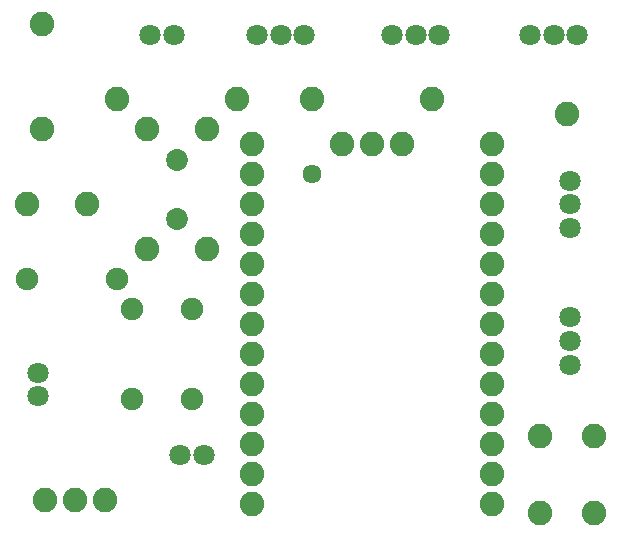
<source format=gbs>
G75*
%MOIN*%
%OFA0B0*%
%FSLAX24Y24*%
%IPPOS*%
%LPD*%
%AMOC8*
5,1,8,0,0,1.08239X$1,22.5*
%
%ADD10C,0.0820*%
%ADD11C,0.0635*%
%ADD12C,0.0753*%
%ADD13C,0.0730*%
%ADD14C,0.0710*%
D10*
X001750Y001300D03*
X002750Y001300D03*
X003750Y001300D03*
X008650Y001150D03*
X008650Y002150D03*
X008650Y003150D03*
X008650Y004150D03*
X008650Y005150D03*
X008650Y006150D03*
X008650Y007150D03*
X008650Y008150D03*
X008650Y009150D03*
X008650Y010150D03*
X008650Y011150D03*
X008650Y012150D03*
X008650Y013150D03*
X007150Y013650D03*
X008150Y014650D03*
X010650Y014650D03*
X011650Y013150D03*
X012650Y013150D03*
X013650Y013150D03*
X014650Y014650D03*
X016650Y013150D03*
X016650Y012150D03*
X016650Y011150D03*
X016650Y010150D03*
X016650Y009150D03*
X016650Y008150D03*
X016650Y007150D03*
X016650Y006150D03*
X016650Y005150D03*
X016650Y004150D03*
X016650Y003150D03*
X016650Y002150D03*
X016650Y001150D03*
X018260Y000870D03*
X020040Y000870D03*
X020040Y003430D03*
X018260Y003430D03*
X007150Y009650D03*
X005150Y009650D03*
X003150Y011150D03*
X001150Y011150D03*
X001650Y013650D03*
X004150Y014650D03*
X005150Y013650D03*
X001650Y017150D03*
X019150Y014150D03*
D11*
X010650Y012150D03*
D12*
X006650Y007650D03*
X004650Y007650D03*
X004150Y008650D03*
X001150Y008650D03*
X004650Y004650D03*
X006650Y004650D03*
D13*
X006150Y010666D03*
X006150Y012634D03*
D14*
X006044Y016783D03*
X005256Y016783D03*
X008813Y016783D03*
X009600Y016783D03*
X010387Y016783D03*
X013313Y016783D03*
X014100Y016783D03*
X014887Y016783D03*
X017913Y016783D03*
X018700Y016783D03*
X019487Y016783D03*
X019233Y011937D03*
X019233Y011150D03*
X019233Y010363D03*
X019233Y007387D03*
X019233Y006600D03*
X019233Y005813D03*
X007044Y002800D03*
X006256Y002800D03*
X001517Y004756D03*
X001517Y005544D03*
M02*

</source>
